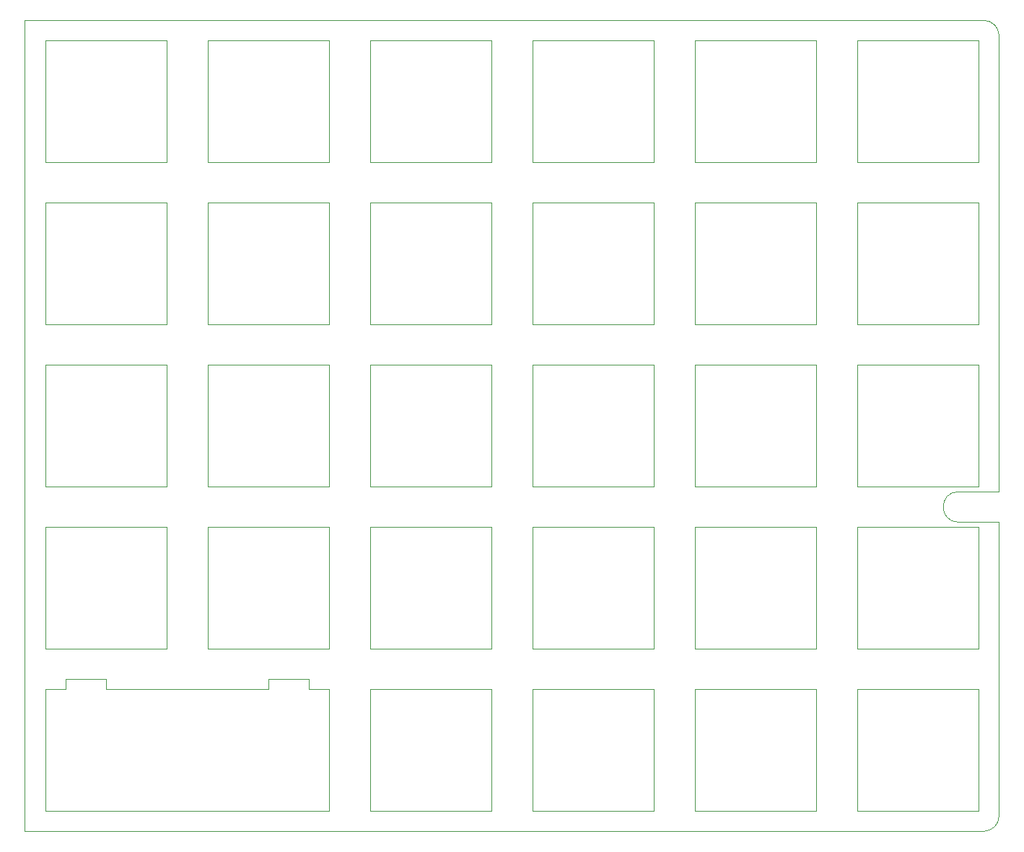
<source format=gm1>
G04 #@! TF.GenerationSoftware,KiCad,Pcbnew,(5.1.9-0-10_14)*
G04 #@! TF.CreationDate,2021-02-24T21:45:23+01:00*
G04 #@! TF.ProjectId,plate,706c6174-652e-46b6-9963-61645f706362,rev?*
G04 #@! TF.SameCoordinates,Original*
G04 #@! TF.FileFunction,Profile,NP*
%FSLAX46Y46*%
G04 Gerber Fmt 4.6, Leading zero omitted, Abs format (unit mm)*
G04 Created by KiCad (PCBNEW (5.1.9-0-10_14)) date 2021-02-24 21:45:23*
%MOMM*%
%LPD*%
G01*
G04 APERTURE LIST*
G04 #@! TA.AperFunction,Profile*
%ADD10C,0.100000*%
G04 #@! TD*
G04 APERTURE END LIST*
D10*
X102393836Y-145256372D02*
X214907993Y-145256372D01*
X102393836Y-50006292D02*
X102393836Y-145256372D01*
X214907993Y-50006292D02*
X102393836Y-50006292D01*
X104775000Y-142875000D02*
X104775000Y-128587500D01*
X138112500Y-142875000D02*
X138112500Y-128587500D01*
X135731364Y-128587608D02*
X135731364Y-127396982D01*
X107156340Y-127396982D02*
X107156340Y-128587608D01*
X130968860Y-127396982D02*
X130968860Y-128587608D01*
X135731364Y-128587608D02*
X138112616Y-128587608D01*
X111918844Y-127396982D02*
X107156340Y-127396982D01*
X104775000Y-128587500D02*
X107156340Y-128587608D01*
X138112500Y-142875000D02*
X104775000Y-142875000D01*
X142875000Y-128587500D02*
X142875000Y-142875000D01*
X176212500Y-142875000D02*
X161925000Y-142875000D01*
X111918844Y-128587608D02*
X111918844Y-127396982D01*
X135731364Y-127396982D02*
X130968860Y-127396982D01*
X180975000Y-128587500D02*
X195262500Y-128587500D01*
X176212500Y-128587500D02*
X176212500Y-142875000D01*
X157162500Y-128587500D02*
X142875000Y-128587500D01*
X161925000Y-128587500D02*
X176212500Y-128587500D01*
X200025000Y-142875000D02*
X200025000Y-128587500D01*
X180975000Y-142875000D02*
X180975000Y-128587500D01*
X195262500Y-142875000D02*
X180975000Y-142875000D01*
X142875000Y-142875000D02*
X157162500Y-142875000D01*
X157162500Y-142875000D02*
X157162500Y-128587500D01*
X161925000Y-142875000D02*
X161925000Y-128587500D01*
X195262500Y-128587500D02*
X195262500Y-142875000D01*
X111918844Y-128587608D02*
X130968860Y-128587608D01*
X104775000Y-104775000D02*
X104775000Y-90487500D01*
X123825000Y-104775000D02*
X138112500Y-104775000D01*
X176212500Y-90487500D02*
X176212500Y-104775000D01*
X104775000Y-123825000D02*
X104775000Y-109537500D01*
X195262500Y-109537500D02*
X195262500Y-123825000D01*
X119062500Y-123825000D02*
X104775000Y-123825000D01*
X104775000Y-109537500D02*
X119062500Y-109537500D01*
X157162500Y-123825000D02*
X157162500Y-109537500D01*
X157162500Y-109537500D02*
X142875000Y-109537500D01*
X123825000Y-123825000D02*
X138112500Y-123825000D01*
X138112500Y-123825000D02*
X138112500Y-109537500D01*
X180975000Y-123825000D02*
X180975000Y-109537500D01*
X161925000Y-123825000D02*
X161925000Y-109537500D01*
X142875000Y-123825000D02*
X157162500Y-123825000D01*
X176212500Y-123825000D02*
X161925000Y-123825000D01*
X119062500Y-109537500D02*
X119062500Y-123825000D01*
X176212500Y-109537500D02*
X176212500Y-123825000D01*
X142875000Y-109537500D02*
X142875000Y-123825000D01*
X123825000Y-109537500D02*
X123825000Y-123825000D01*
X161925000Y-109537500D02*
X176212500Y-109537500D01*
X180975000Y-109537500D02*
X195262500Y-109537500D01*
X195262500Y-123825000D02*
X180975000Y-123825000D01*
X138112500Y-109537500D02*
X123825000Y-109537500D01*
X200025000Y-123825000D02*
X200025000Y-109537500D01*
X119062500Y-104775000D02*
X104775000Y-104775000D01*
X161925000Y-104775000D02*
X161925000Y-90487500D01*
X104775000Y-90487500D02*
X119062500Y-90487500D01*
X180975000Y-90487500D02*
X195262500Y-90487500D01*
X123825000Y-90487500D02*
X123825000Y-104775000D01*
X157162500Y-90487500D02*
X142875000Y-90487500D01*
X142875000Y-90487500D02*
X142875000Y-104775000D01*
X157162500Y-104775000D02*
X157162500Y-90487500D01*
X138112500Y-104775000D02*
X138112500Y-90487500D01*
X142875000Y-104775000D02*
X157162500Y-104775000D01*
X200025000Y-104775000D02*
X200025000Y-90487500D01*
X195262500Y-90487500D02*
X195262500Y-104775000D01*
X119062500Y-85725000D02*
X104775000Y-85725000D01*
X104775000Y-71437500D02*
X119062500Y-71437500D01*
X161925000Y-85725000D02*
X161925000Y-71437500D01*
X195262500Y-71437500D02*
X195262500Y-85725000D01*
X200025000Y-85725000D02*
X200025000Y-71437500D01*
X123825000Y-71437500D02*
X123825000Y-85725000D01*
X200025000Y-66675000D02*
X200025000Y-52387500D01*
X180975000Y-66675000D02*
X180975000Y-52387500D01*
X195262500Y-66675000D02*
X180975000Y-66675000D01*
X195262500Y-52387500D02*
X195262500Y-66675000D01*
X180975000Y-52387500D02*
X195262500Y-52387500D01*
X161925000Y-66675000D02*
X161925000Y-52387500D01*
X176212500Y-66675000D02*
X161925000Y-66675000D01*
X176212500Y-52387500D02*
X176212500Y-66675000D01*
X161925000Y-52387500D02*
X176212500Y-52387500D01*
X157162500Y-52387500D02*
X142875000Y-52387500D01*
X157162500Y-66675000D02*
X157162500Y-52387500D01*
X142875000Y-66675000D02*
X157162500Y-66675000D01*
X142875000Y-52387500D02*
X142875000Y-66675000D01*
X138112500Y-52387500D02*
X123825000Y-52387500D01*
X138112500Y-66675000D02*
X138112500Y-52387500D01*
X123825000Y-66675000D02*
X138112500Y-66675000D01*
X123825000Y-52387500D02*
X123825000Y-66675000D01*
X104775000Y-66675000D02*
X104775000Y-52387500D01*
X119062500Y-66675000D02*
X104775000Y-66675000D01*
X119062500Y-52387500D02*
X119062500Y-66675000D01*
X104775000Y-52387500D02*
X119062500Y-52387500D01*
X180975000Y-104775000D02*
X180975000Y-90487500D01*
X176212500Y-104775000D02*
X161925000Y-104775000D01*
X195262500Y-104775000D02*
X180975000Y-104775000D01*
X161925000Y-90487500D02*
X176212500Y-90487500D01*
X138112500Y-90487500D02*
X123825000Y-90487500D01*
X119062500Y-90487500D02*
X119062500Y-104775000D01*
X123825000Y-85725000D02*
X138112500Y-85725000D01*
X157162500Y-85725000D02*
X157162500Y-71437500D01*
X142875000Y-71437500D02*
X142875000Y-85725000D01*
X142875000Y-85725000D02*
X157162500Y-85725000D01*
X104775000Y-85725000D02*
X104775000Y-71437500D01*
X176212500Y-71437500D02*
X176212500Y-85725000D01*
X157162500Y-71437500D02*
X142875000Y-71437500D01*
X180975000Y-71437500D02*
X195262500Y-71437500D01*
X138112500Y-85725000D02*
X138112500Y-71437500D01*
X138112500Y-71437500D02*
X123825000Y-71437500D01*
X119062500Y-71437500D02*
X119062500Y-85725000D01*
X195262500Y-85725000D02*
X180975000Y-85725000D01*
X161925000Y-71437500D02*
X176212500Y-71437500D01*
X180975000Y-85725000D02*
X180975000Y-71437500D01*
X176212500Y-85725000D02*
X161925000Y-85725000D01*
X200025000Y-90487500D02*
X214312500Y-90487500D01*
X214312500Y-90487500D02*
X214312500Y-104775000D01*
X214312500Y-104775000D02*
X200025000Y-104775000D01*
X214312500Y-71437500D02*
X214312500Y-85725000D01*
X214312500Y-85725000D02*
X200025000Y-85725000D01*
X214312500Y-66675000D02*
X200025000Y-66675000D01*
X214312500Y-52387500D02*
X214312500Y-66675000D01*
X200025000Y-52387500D02*
X214312500Y-52387500D01*
X200025000Y-71437500D02*
X214312500Y-71437500D01*
X214312500Y-142875000D02*
X200025000Y-142875000D01*
X200025000Y-128587500D02*
X214312500Y-128587500D01*
X214312500Y-128587500D02*
X214312500Y-142875000D01*
X200025000Y-109537500D02*
X214312500Y-109537500D01*
X214312500Y-123825000D02*
X200025000Y-123825000D01*
X214312500Y-109537500D02*
X214312500Y-123825000D01*
X211931428Y-108942279D02*
G75*
G02*
X211931428Y-105370401I0J1785939D01*
G01*
X211931250Y-108942279D02*
X216693750Y-108942279D01*
X216693750Y-105370401D02*
X211931250Y-105370401D01*
X216693932Y-108942279D02*
X216693932Y-143470433D01*
X216693932Y-51792231D02*
X216693932Y-105370401D01*
X216693932Y-143470433D02*
G75*
G02*
X214907993Y-145256372I-1785939J0D01*
G01*
X214907993Y-50006292D02*
G75*
G02*
X216693932Y-51792231I0J-1785939D01*
G01*
M02*

</source>
